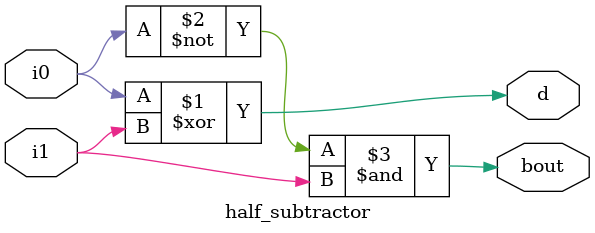
<source format=v>
module half_subtractor(
    input i0, i1,
    output d, bout
);

    assign d = i0 ^ i1;
    assign bout = ~i0 & i1;
endmodule
</source>
